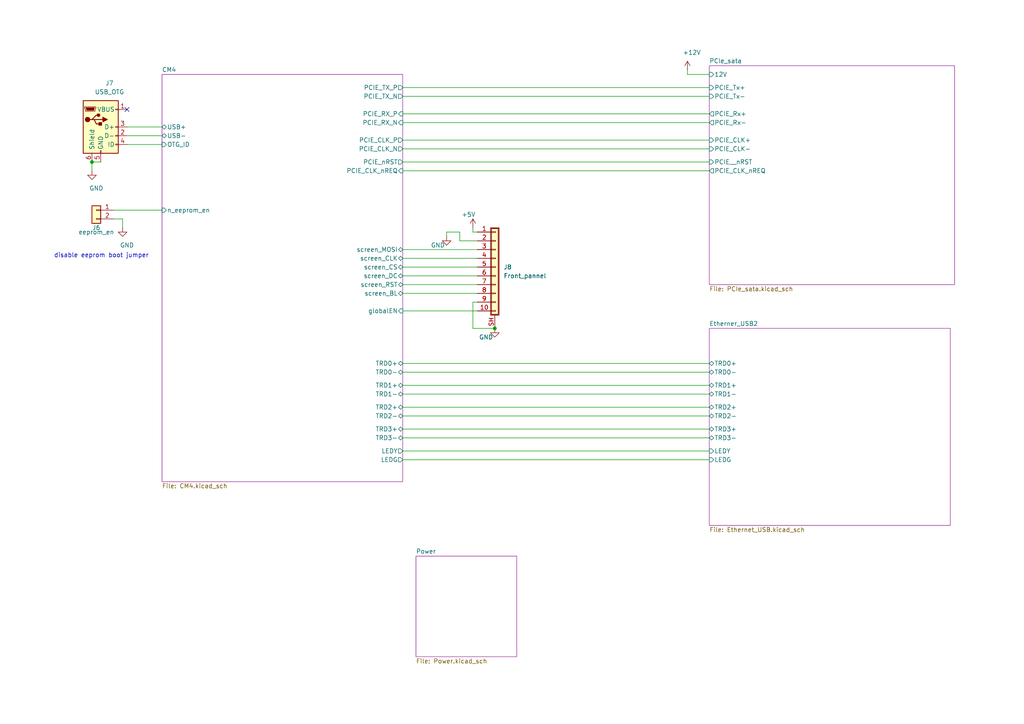
<source format=kicad_sch>
(kicad_sch (version 20211123) (generator eeschema)
  (paper "A4")
  (lib_symbols
    (symbol "Connector:USB_OTG" (pin_names (offset 1.016))
      (property "Reference" "J" (at -5.08 11.43 0))
      (property "Value" "USB_OTG" (at -5.08 8.89 0))
      (symbol "USB_OTG_0_1"
        (rectangle (start -5.08 -7.62) (end 5.08 7.62) (stroke (width 0.254)) (fill (type background)))
        (circle (center -3.81 2.159) (radius 0.635) (stroke (width 0.254)) (fill (type outline)))
        (circle (center -0.635 3.429) (radius 0.381) (stroke (width 0.254)) (fill (type outline)))
        (rectangle (start -0.127 -7.62) (end 0.127 -6.858))
        (polyline (pts (xy -1.905 2.159) (xy 0.635 2.159)) (stroke (width 0.254)))
        (polyline (pts (xy -3.175 2.159) (xy -2.54 2.159) (xy -1.27 3.429) (xy -0.635 3.429)) (stroke (width 0.254)))
        (polyline (pts (xy -2.54 2.159) (xy -1.905 2.159) (xy -1.27 0.889) (xy 0 0.889)) (stroke (width 0.254)))
        (polyline (pts (xy 0.635 2.794) (xy 0.635 1.524) (xy 1.905 2.159) (xy 0.635 2.794)) (stroke (width 0.254)) (fill (type outline)))
        (polyline (pts (xy -4.318 5.588) (xy -1.778 5.588) (xy -2.032 4.826) (xy -4.064 4.826) (xy -4.318 5.588)) (fill (type outline)))
        (polyline (pts (xy -4.699 5.842) (xy -4.699 5.588) (xy -4.445 4.826) (xy -4.445 4.572) (xy -1.651 4.572) (xy -1.651 4.826) (xy -1.397 5.588) (xy -1.397 5.842) (xy -4.699 5.842)))
        (rectangle (start 0.254 1.27) (end -0.508 0.508) (stroke (width 0.254)) (fill (type outline)))
        (rectangle (start 5.08 -5.207) (end 4.318 -4.953))
        (rectangle (start 5.08 -2.667) (end 4.318 -2.413))
        (rectangle (start 5.08 -0.127) (end 4.318 0.127))
        (rectangle (start 5.08 4.953) (end 4.318 5.207))
      )
      (symbol "USB_OTG_1_1"
        (pin passive line (at 7.62 5.08 180) (length 2.54) (name "VBUS") (number "1"))
        (pin bidirectional line (at 7.62 -2.54 180) (length 2.54) (name "D-") (number "2"))
        (pin bidirectional line (at 7.62 0 180) (length 2.54) (name "D+") (number "3"))
        (pin passive line (at 7.62 -5.08 180) (length 2.54) (name "ID") (number "4"))
        (pin passive line (at 0 -10.16 90) (length 2.54) (name "GND") (number "5"))
        (pin passive line (at -2.54 -10.16 90) (length 2.54) (name "Shield") (number "6"))
      )
    )
    (symbol "Connector_Generic:Conn_01x02" (pin_names (offset 1.016) hide)
      (property "Reference" "J" (at 0 2.54 0))
      (property "Value" "Conn_01x02" (at 0 -5.08 0))
      (symbol "Conn_01x02_1_1"
        (rectangle (start -1.27 -2.413) (end 0 -2.667) (stroke (width 0.1524)))
        (rectangle (start -1.27 0.127) (end 0 -0.127) (stroke (width 0.1524)))
        (rectangle (start -1.27 1.27) (end 1.27 -3.81) (stroke (width 0.254)) (fill (type background)))
        (pin passive line (at -5.08 0 0) (length 3.81) (name "Pin_1") (number "1"))
        (pin passive line (at -5.08 -2.54 0) (length 3.81) (name "Pin_2") (number "2"))
      )
    )
    (symbol "Connector_Generic_Shielded:Conn_01x10_Shielded" (pin_names (offset 1.016) hide)
      (property "Reference" "J" (at 0.254 12.446 0))
      (property "Value" "Conn_01x10_Shielded" (at 1.016 -14.986 0))
      (symbol "Conn_01x10_Shielded_1_1"
        (rectangle (start -1.27 11.43) (end 1.27 -13.97) (stroke (width 0.1524)))
        (rectangle (start -1.016 -12.573) (end 0.254 -12.827) (stroke (width 0.1524)))
        (rectangle (start -1.016 -10.033) (end 0.254 -10.287) (stroke (width 0.1524)))
        (rectangle (start -1.016 -7.493) (end 0.254 -7.747) (stroke (width 0.1524)))
        (rectangle (start -1.016 -4.953) (end 0.254 -5.207) (stroke (width 0.1524)))
        (rectangle (start -1.016 -2.413) (end 0.254 -2.667) (stroke (width 0.1524)))
        (rectangle (start -1.016 0.127) (end 0.254 -0.127) (stroke (width 0.1524)))
        (rectangle (start -1.016 2.667) (end 0.254 2.413) (stroke (width 0.1524)))
        (rectangle (start -1.016 5.207) (end 0.254 4.953) (stroke (width 0.1524)))
        (rectangle (start -1.016 7.747) (end 0.254 7.493) (stroke (width 0.1524)))
        (rectangle (start -1.016 10.287) (end 0.254 10.033) (stroke (width 0.1524)))
        (rectangle (start -1.016 11.176) (end 1.016 -13.716) (stroke (width 0.254)) (fill (type background)))
        (pin passive line (at -5.08 10.16 0) (length 4.064) (name "Pin_1") (number "1"))
        (pin passive line (at -5.08 -12.7 0) (length 4.064) (name "Pin_10") (number "10"))
        (pin passive line (at -5.08 7.62 0) (length 4.064) (name "Pin_2") (number "2"))
        (pin passive line (at -5.08 5.08 0) (length 4.064) (name "Pin_3") (number "3"))
        (pin passive line (at -5.08 2.54 0) (length 4.064) (name "Pin_4") (number "4"))
        (pin passive line (at -5.08 0 0) (length 4.064) (name "Pin_5") (number "5"))
        (pin passive line (at -5.08 -2.54 0) (length 4.064) (name "Pin_6") (number "6"))
        (pin passive line (at -5.08 -5.08 0) (length 4.064) (name "Pin_7") (number "7"))
        (pin passive line (at -5.08 -7.62 0) (length 4.064) (name "Pin_8") (number "8"))
        (pin passive line (at -5.08 -10.16 0) (length 4.064) (name "Pin_9") (number "9"))
        (pin passive line (at 0 -17.78 90) (length 3.81) (name "Shield") (number "SH"))
      )
    )
    (symbol "power:+12V" (power) (pin_names (offset 0))
      (property "Value" "+12V" (at 0 3.556 0))
      (symbol "+12V_0_1"
        (polyline (pts (xy -0.762 1.27) (xy 0 2.54)))
        (polyline (pts (xy 0 0) (xy 0 2.54)))
        (polyline (pts (xy 0 2.54) (xy 0.762 1.27)))
      )
      (symbol "+12V_1_1"
        (pin power_in line (at 0 0 90) (length 0) hide (name "+12V") (number "1"))
      )
    )
    (symbol "power:+5V" (power) (pin_names (offset 0))
      (property "Value" "+5V" (at 0 3.556 0))
      (symbol "+5V_0_1"
        (polyline (pts (xy -0.762 1.27) (xy 0 2.54)))
        (polyline (pts (xy 0 0) (xy 0 2.54)))
        (polyline (pts (xy 0 2.54) (xy 0.762 1.27)))
      )
      (symbol "+5V_1_1"
        (pin power_in line (at 0 0 90) (length 0) hide (name "+5V") (number "1"))
      )
    )
    (symbol "power:GND" (power) (pin_names (offset 0))
      (property "Value" "GND" (at 0 -3.81 0))
      (symbol "GND_0_1"
        (polyline (pts (xy 0 0) (xy 0 -1.27) (xy 1.27 -1.27) (xy 0 -2.54) (xy -1.27 -1.27) (xy 0 -1.27)))
      )
      (symbol "GND_1_1"
        (pin power_in line (at 0 0 270) (length 0) hide (name "GND") (number "1"))
      )
    )
  )
  (junction (at 26.67 46.99) (diameter 0.9144))
  (junction (at 143.51 95.25))
  (no_connect (at 36.83 31.75))
  (wire (pts (xy 116.84 120.65) (xy 205.74 120.65)))
  (wire (pts (xy 116.84 77.47) (xy 138.43 77.47)))
  (wire (pts (xy 116.84 133.35) (xy 205.74 133.35)))
  (wire (pts (xy 36.83 41.91) (xy 46.99 41.91)))
  (wire (pts (xy 137.16 67.31) (xy 138.43 67.31)))
  (wire (pts (xy 35.56 66.04) (xy 35.56 63.5)))
  (wire (pts (xy 199.39 20.32) (xy 199.39 21.59)))
  (wire (pts (xy 137.16 87.63) (xy 137.16 95.25)))
  (wire (pts (xy 116.84 72.39) (xy 138.43 72.39)))
  (wire (pts (xy 116.84 74.93) (xy 138.43 74.93)))
  (wire (pts (xy 116.84 43.18) (xy 205.74 43.18)))
  (wire (pts (xy 116.84 107.95) (xy 205.74 107.95)))
  (wire (pts (xy 199.39 21.59) (xy 205.74 21.59)))
  (wire (pts (xy 33.02 60.96) (xy 46.99 60.96)))
  (wire (pts (xy 116.84 25.4) (xy 205.74 25.4)))
  (wire (pts (xy 116.84 82.55) (xy 138.43 82.55)))
  (wire (pts (xy 116.84 105.41) (xy 205.74 105.41)))
  (wire (pts (xy 116.84 130.81) (xy 205.74 130.81)))
  (wire (pts (xy 133.35 69.85) (xy 133.35 67.31)))
  (wire (pts (xy 116.84 40.64) (xy 205.74 40.64)))
  (wire (pts (xy 116.84 33.02) (xy 205.74 33.02)))
  (wire (pts (xy 116.84 35.56) (xy 205.74 35.56)))
  (wire (pts (xy 116.84 114.3) (xy 205.74 114.3)))
  (wire (pts (xy 116.84 85.09) (xy 138.43 85.09)))
  (wire (pts (xy 116.84 46.99) (xy 205.74 46.99)))
  (wire (pts (xy 26.67 46.99) (xy 26.67 49.53)))
  (wire (pts (xy 116.84 127) (xy 205.74 127)))
  (wire (pts (xy 116.84 118.11) (xy 205.74 118.11)))
  (wire (pts (xy 137.16 66.04) (xy 137.16 67.31)))
  (wire (pts (xy 116.84 111.76) (xy 205.74 111.76)))
  (wire (pts (xy 26.67 46.99) (xy 29.21 46.99)))
  (wire (pts (xy 35.56 63.5) (xy 33.02 63.5)))
  (wire (pts (xy 137.16 95.25) (xy 143.51 95.25)))
  (wire (pts (xy 116.84 90.17) (xy 138.43 90.17)))
  (wire (pts (xy 36.83 39.37) (xy 46.99 39.37)))
  (wire (pts (xy 138.43 87.63) (xy 137.16 87.63)))
  (wire (pts (xy 116.84 80.01) (xy 138.43 80.01)))
  (wire (pts (xy 133.35 69.85) (xy 138.43 69.85)))
  (wire (pts (xy 116.84 27.94) (xy 205.74 27.94)))
  (wire (pts (xy 133.35 67.31) (xy 129.54 67.31)))
  (wire (pts (xy 129.54 67.31) (xy 129.54 68.58)))
  (wire (pts (xy 36.83 36.83) (xy 46.99 36.83)))
  (wire (pts (xy 116.84 49.53) (xy 205.74 49.53)))
  (wire (pts (xy 116.84 124.46) (xy 205.74 124.46)))
  (text "disable eeprom boot jumper\n" (at 43.18 74.93 180) (effects (font (size 1.27 1.27)) (justify right bottom)))
  (symbol (lib_id "power:GND") (at 35.56 66.04 0) (unit 1)
    (property "Reference" "#PWR0164" (effects hide))
    (property "Value" "GND" (at 36.83 71.12 0))
  )
  (symbol (lib_id "power:GND") (at 143.51 95.25 0) (unit 1)
    (property "Reference" "#PWR0184" (effects hide))
    (property "Value" "GND" (at 140.97 97.79 0))
  )
  (symbol (lib_id "power:GND") (at 26.67 49.53 0) (unit 1)
    (property "Reference" "#PWR0165" (effects hide))
    (property "Value" "GND" (at 27.94 54.61 0))
  )
  (symbol (lib_id "power:GND") (at 129.54 68.58 0) (unit 1)
    (property "Reference" "#PWR0180" (effects hide))
    (property "Value" "GND" (at 127 71.12 0))
  )
  (symbol (lib_id "Connector_Generic_Shielded:Conn_01x10_Shielded") (at 143.51 77.47 0) (unit 1)
    (property "Reference" "J8" (at 146.05 77.4699 0) (effects (justify left)))
    (property "Value" "Front_pannel" (at 146.05 80.0099 0) (effects (justify left)))
    (property "Footprint" "Connector_FFC-FPC:TE_1-1734839-0_1x10-1MP_P0.5mm_Horizontal" (effects hide))
    (property "MFR" "TE" (effects hide))
    (property "MPN" "1-1734839-0" (effects hide))
  )
  (symbol (lib_id "power:+5V") (at 137.16 66.04 0) (unit 1)
    (property "Reference" "#PWR?" (effects hide))
    (property "Value" "+5V" (at 135.89 62.23 0))
  )
  (symbol (lib_id "Connector:USB_OTG") (at 29.21 36.83 0) (unit 1)
    (property "Reference" "J7" (at 31.75 24.13 0))
    (property "Value" "USB_OTG" (at 31.75 26.67 0))
    (property "Footprint" "Connector_USB:USB_Micro-B_Molex-105017-0001" (effects hide))
    (property "Datasheet" " ~" (effects hide))
    (property "MFR" "Molex" (effects hide))
    (property "MPN" "105017-0001" (effects hide))
  )
  (symbol (lib_id "power:+12V") (at 199.39 20.32 0) (unit 1)
    (property "Reference" "#PWR0101" (effects hide))
    (property "Value" "+12V" (at 200.66 15.24 0))
  )
  (symbol (lib_id "Connector_Generic:Conn_01x02") (at 27.94 60.96 0) (mirror y) (unit 1)
    (property "Reference" "J6" (at 27.94 66.04 0))
    (property "Value" "eeprom_en" (at 27.94 67.31 0))
    (property "Footprint" "Connector_PinHeader_2.54mm:PinHeader_1x02_P2.54mm_Vertical" (effects hide))
    (property "MFR" "Amphenol" (effects hide))
    (property "MPN" "G800W306018EU" (effects hide))
  )
  (sheet (at 46.99 21.59) (size 69.85 118.11) (stroke (width 0.001) (color 132 0 132 1)) (fill (color 255 255 255 0.0000))
    (property "Sheet name" "CM4" (at 46.99 20.9541 0) (effects (justify left bottom)))
    (property "Sheet file" "CM4.kicad_sch" (at 46.99 140.2089 0) (effects (justify left top)))
    (pin "PCIE_CLK_nREQ" input (at 116.84 49.53 0))
    (pin "PCIE_CLK_P" output (at 116.84 40.64 0))
    (pin "PCIE_CLK_N" output (at 116.84 43.18 0))
    (pin "PCIE_RX_P" input (at 116.84 33.02 0))
    (pin "PCIE_RX_N" input (at 116.84 35.56 0))
    (pin "PCIE_TX_P" output (at 116.84 25.4 0))
    (pin "PCIE_TX_N" output (at 116.84 27.94 0))
    (pin "PCIE_nRST" output (at 116.84 46.99 0))
    (pin "LEDG" output (at 116.84 133.35 0))
    (pin "TRD3-" bidirectional (at 116.84 127 0))
    (pin "TRD2+" bidirectional (at 116.84 118.11 0))
    (pin "TRD2-" bidirectional (at 116.84 120.65 0))
    (pin "TRD3+" bidirectional (at 116.84 124.46 0))
    (pin "LEDY" output (at 116.84 130.81 0))
    (pin "TRD1+" bidirectional (at 116.84 111.76 0))
    (pin "TRD1-" bidirectional (at 116.84 114.3 0))
    (pin "TRD0-" bidirectional (at 116.84 107.95 0))
    (pin "TRD0+" bidirectional (at 116.84 105.41 0))
    (pin "n_eeprom_en" input (at 46.99 60.96 180))
    (pin "OTG_ID" input (at 46.99 41.91 180))
    (pin "USB-" bidirectional (at 46.99 39.37 180))
    (pin "USB+" bidirectional (at 46.99 36.83 180))
    (pin "screen_BL" bidirectional (at 116.84 85.09 0))
    (pin "screen_DC" bidirectional (at 116.84 80.01 0))
    (pin "screen_CS" bidirectional (at 116.84 77.47 0))
    (pin "screen_MOSI" bidirectional (at 116.84 72.39 0))
    (pin "screen_CLK" bidirectional (at 116.84 74.93 0))
    (pin "screen_RST" bidirectional (at 116.84 82.55 0))
    (pin "globalEN" input (at 116.84 90.17 0))
  )
  (sheet (at 205.74 19.05) (size 71.12 63.5) (stroke (width 0.001) (color 132 0 132 1)) (fill (color 255 255 255 0.0000))
    (property "Sheet name" "PCIe_sata" (at 205.74 18.4141 0) (effects (justify left bottom)))
    (property "Sheet file" "PCIe_sata.kicad_sch" (at 205.74 83.0589 0) (effects (justify left top)))
    (pin "PCIE_CLK-" input (at 205.74 43.18 180))
    (pin "PCIE_Tx+" input (at 205.74 25.4 180))
    (pin "PCIE_Rx-" output (at 205.74 35.56 180))
    (pin "PCIE_Rx+" output (at 205.74 33.02 180))
    (pin "PCIE_CLK+" input (at 205.74 40.64 180))
    (pin "PCIE_Tx-" input (at 205.74 27.94 180))
    (pin "PCIE__nRST" input (at 205.74 46.99 180))
    (pin "PCIE_CLK_nREQ" output (at 205.74 49.53 180))
    (pin "12V" input (at 205.74 21.59 180))
  )
  (sheet (at 205.74 95.25) (size 69.85 57.15) (stroke (width 0.001) (color 132 0 132 1)) (fill (color 255 255 255 0.0000))
    (property "Sheet name" "Etherner_USB2" (at 205.74 94.614 0) (effects (justify left bottom)))
    (property "Sheet file" "Ethernet_USB.kicad_sch" (at 205.74 152.9089 0) (effects (justify left top)))
    (pin "TRD1-" bidirectional (at 205.74 114.3 180))
    (pin "TRD2+" bidirectional (at 205.74 118.11 180))
    (pin "TRD2-" bidirectional (at 205.74 120.65 180))
    (pin "TRD3+" bidirectional (at 205.74 124.46 180))
    (pin "TRD1+" bidirectional (at 205.74 111.76 180))
    (pin "LEDG" input (at 205.74 133.35 180))
    (pin "LEDY" input (at 205.74 130.81 180))
    (pin "TRD0+" bidirectional (at 205.74 105.41 180))
    (pin "TRD0-" bidirectional (at 205.74 107.95 180))
    (pin "TRD3-" bidirectional (at 205.74 127 180))
  )
  (sheet (at 120.65 161.29) (size 29.21 29.21) (stroke (width 0.001) (color 132 0 132 1)) (fill (color 255 255 255 0.0000))
    (property "Sheet name" "Power" (at 120.65 160.6541 0) (effects (justify left bottom)))
    (property "Sheet file" "Power.kicad_sch" (at 120.65 191.0089 0) (effects (justify left top)))
  )
)
</source>
